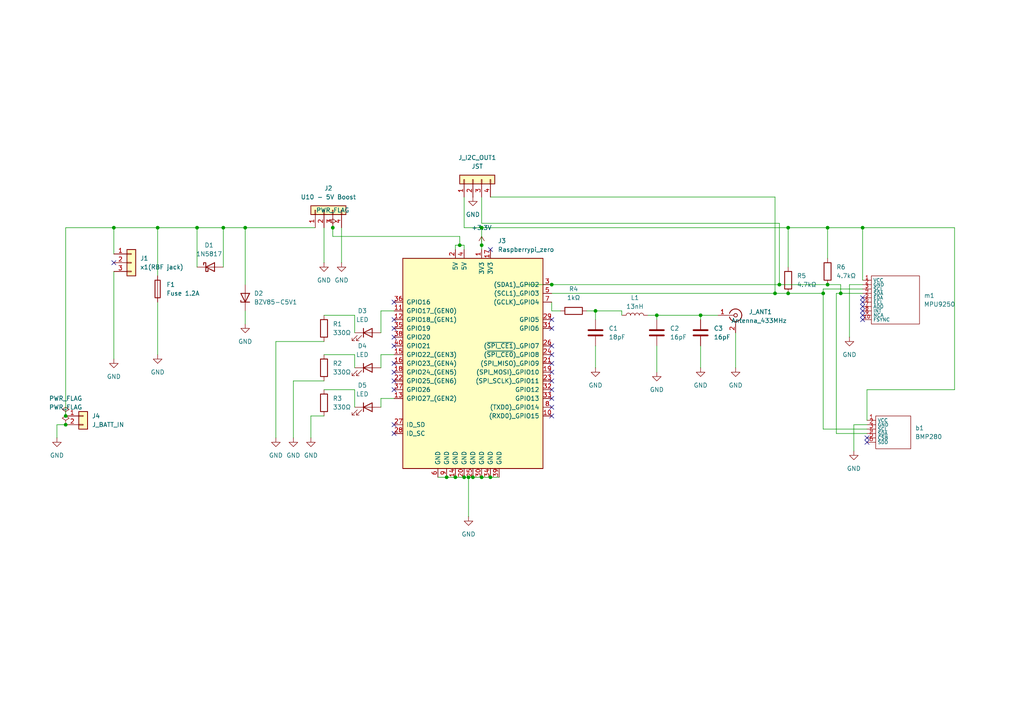
<source format=kicad_sch>
(kicad_sch (version 20250114) (generator "eeschema") (generator_version "9.0")
  (paper "A4")
  (lib_symbols
    (symbol "Connector:Conn_Coaxial" (pin_names (offset 1.016) (hide yes))
      (property "Reference" "J" (at 0.254 3.048 0))
      (property "Value" "Conn_Coaxial" (at 2.921 0 90))
      (symbol "Conn_Coaxial_0_1"
        (polyline (pts (xy -2.54 0) (xy -0.508 0)))
        (arc (start 1.778 0) (mid 0.222 -1.8079) (end -1.778 -0.508) (stroke (width 0.254)))
        (arc (start -1.778 0.508) (mid 0.2221 1.8084) (end 1.778 0) (stroke (width 0.254)))
        (circle (center 0 0) (radius 0.508) (stroke (width 0.2032)))
        (polyline (pts (xy 0 -2.54) (xy 0 -1.778)))
      )
      (symbol "Conn_Coaxial_1_1"
        (pin passive line (at -5.08 0 0) (length 2.54) (name "In") (number "1"))
        (pin passive line (at 0 -5.08 90) (length 2.54) (name "Ext") (number "2"))
      )
    )
    (symbol "Connector_Generic:Conn_01x02" (pin_names (offset 1.016) (hide yes))
      (property "Reference" "J" (at 0 2.54 0))
      (property "Value" "Conn_01x02" (at 0 -5.08 0))
      (symbol "Conn_01x02_1_1"
        (rectangle (start -1.27 1.27) (end 1.27 -3.81) (stroke (width 0.254)) (fill (type background)))
        (rectangle (start -1.27 0.127) (end 0 -0.127) (stroke (width 0.1524)))
        (rectangle (start -1.27 -2.413) (end 0 -2.667) (stroke (width 0.1524)))
        (pin passive line (at -5.08 0 0) (length 3.81) (name "Pin_1") (number "1"))
        (pin passive line (at -5.08 -2.54 0) (length 3.81) (name "Pin_2") (number "2"))
      )
    )
    (symbol "Connector_Generic:Conn_01x03" (pin_names (offset 1.016) (hide yes))
      (property "Reference" "J" (at 0 5.08 0))
      (property "Value" "Conn_01x03" (at 0 -5.08 0))
      (symbol "Conn_01x03_1_1"
        (rectangle (start -1.27 3.81) (end 1.27 -3.81) (stroke (width 0.254)) (fill (type background)))
        (rectangle (start -1.27 2.667) (end 0 2.413) (stroke (width 0.1524)))
        (rectangle (start -1.27 0.127) (end 0 -0.127) (stroke (width 0.1524)))
        (rectangle (start -1.27 -2.413) (end 0 -2.667) (stroke (width 0.1524)))
        (pin passive line (at -5.08 2.54 0) (length 3.81) (name "Pin_1") (number "1"))
        (pin passive line (at -5.08 0 0) (length 3.81) (name "Pin_2") (number "2"))
        (pin passive line (at -5.08 -2.54 0) (length 3.81) (name "Pin_3") (number "3"))
      )
    )
    (symbol "Connector_Generic:Conn_01x04" (pin_names (offset 1.016) (hide yes))
      (property "Reference" "J" (at 0 5.08 0))
      (property "Value" "Conn_01x04" (at 0 -7.62 0))
      (symbol "Conn_01x04_1_1"
        (rectangle (start -1.27 3.81) (end 1.27 -6.35) (stroke (width 0.254)) (fill (type background)))
        (rectangle (start -1.27 2.667) (end 0 2.413) (stroke (width 0.1524)))
        (rectangle (start -1.27 0.127) (end 0 -0.127) (stroke (width 0.1524)))
        (rectangle (start -1.27 -2.413) (end 0 -2.667) (stroke (width 0.1524)))
        (rectangle (start -1.27 -4.953) (end 0 -5.207) (stroke (width 0.1524)))
        (pin passive line (at -5.08 2.54 0) (length 3.81) (name "Pin_1") (number "1"))
        (pin passive line (at -5.08 0 0) (length 3.81) (name "Pin_2") (number "2"))
        (pin passive line (at -5.08 -2.54 0) (length 3.81) (name "Pin_3") (number "3"))
        (pin passive line (at -5.08 -5.08 0) (length 3.81) (name "Pin_4") (number "4"))
      )
    )
    (symbol "Device:C" (pin_numbers (hide yes)) (pin_names (offset 0.254))
      (property "Reference" "C" (at 0.635 2.54 0))
      (property "Value" "C" (at 0.635 -2.54 0))
      (symbol "C_0_1"
        (polyline (pts (xy -2.032 0.762) (xy 2.032 0.762)) (stroke (width 0.508)))
        (polyline (pts (xy -2.032 -0.762) (xy 2.032 -0.762)) (stroke (width 0.508)))
      )
      (symbol "C_1_1"
        (pin passive line (at 0 3.81 270) (length 2.794) (name "~") (number "1"))
        (pin passive line (at 0 -3.81 90) (length 2.794) (name "~") (number "2"))
      )
    )
    (symbol "Device:D_Zener" (pin_numbers (hide yes)) (pin_names (offset 1.016) (hide yes))
      (property "Reference" "D" (at 0 2.54 0))
      (property "Value" "D_Zener" (at 0 -2.54 0))
      (symbol "D_Zener_0_1"
        (polyline (pts (xy -1.27 -1.27) (xy -1.27 1.27) (xy -0.762 1.27)) (stroke (width 0.254)))
        (polyline (pts (xy 1.27 0) (xy -1.27 0)))
        (polyline (pts (xy 1.27 -1.27) (xy 1.27 1.27) (xy -1.27 0) (xy 1.27 -1.27)) (stroke (width 0.254)))
      )
      (symbol "D_Zener_1_1"
        (pin passive line (at -3.81 0 0) (length 2.54) (name "K") (number "1"))
        (pin passive line (at 3.81 0 180) (length 2.54) (name "A") (number "2"))
      )
    )
    (symbol "Device:Fuse" (pin_numbers (hide yes)) (pin_names (offset 0))
      (property "Reference" "F" (at 2.032 0 90))
      (property "Value" "Fuse" (at -1.905 0 90))
      (symbol "Fuse_0_1"
        (rectangle (start -0.762 -2.54) (end 0.762 2.54) (stroke (width 0.254)))
        (polyline (pts (xy 0 2.54) (xy 0 -2.54)))
      )
      (symbol "Fuse_1_1"
        (pin passive line (at 0 3.81 270) (length 1.27) (name "~") (number "1"))
        (pin passive line (at 0 -3.81 90) (length 1.27) (name "~") (number "2"))
      )
    )
    (symbol "Device:L" (pin_numbers (hide yes)) (pin_names (offset 1.016) (hide yes))
      (property "Reference" "L" (at -1.27 0 90))
      (property "Value" "L" (at 1.905 0 90))
      (symbol "L_0_1"
        (arc (start 0 2.54) (mid 0.6323 1.905) (end 0 1.27))
        (arc (start 0 1.27) (mid 0.6323 0.635) (end 0 0))
        (arc (start 0 0) (mid 0.6323 -0.635) (end 0 -1.27))
        (arc (start 0 -1.27) (mid 0.6323 -1.905) (end 0 -2.54))
      )
      (symbol "L_1_1"
        (pin passive line (at 0 3.81 270) (length 1.27) (name "1") (number "1"))
        (pin passive line (at 0 -3.81 90) (length 1.27) (name "2") (number "2"))
      )
    )
    (symbol "Device:LED" (pin_numbers (hide yes)) (pin_names (offset 1.016) (hide yes))
      (property "Reference" "D" (at 0 2.54 0))
      (property "Value" "LED" (at 0 -2.54 0))
      (symbol "LED_0_1"
        (polyline (pts (xy -3.048 -0.762) (xy -4.572 -2.286) (xy -3.81 -2.286) (xy -4.572 -2.286) (xy -4.572 -1.524)))
        (polyline (pts (xy -1.778 -0.762) (xy -3.302 -2.286) (xy -2.54 -2.286) (xy -3.302 -2.286) (xy -3.302 -1.524)))
        (polyline (pts (xy -1.27 0) (xy 1.27 0)))
        (polyline (pts (xy -1.27 -1.27) (xy -1.27 1.27)) (stroke (width 0.254)))
        (polyline (pts (xy 1.27 -1.27) (xy 1.27 1.27) (xy -1.27 0) (xy 1.27 -1.27)) (stroke (width 0.254)))
      )
      (symbol "LED_1_1"
        (pin passive line (at -3.81 0 0) (length 2.54) (name "K") (number "1"))
        (pin passive line (at 3.81 0 180) (length 2.54) (name "A") (number "2"))
      )
    )
    (symbol "Device:R" (pin_numbers (hide yes)) (pin_names (offset 0))
      (property "Reference" "R" (at 2.032 0 90))
      (property "Value" "R" (at 0 0 90))
      (symbol "R_0_1"
        (rectangle (start -1.016 -2.54) (end 1.016 2.54) (stroke (width 0.254)))
      )
      (symbol "R_1_1"
        (pin passive line (at 0 3.81 270) (length 1.27) (name "~") (number "1"))
        (pin passive line (at 0 -3.81 90) (length 1.27) (name "~") (number "2"))
      )
    )
    (symbol "Diode:1N5817" (pin_numbers (hide yes)) (pin_names (offset 1.016) (hide yes))
      (property "Reference" "D" (at 0 2.54 0))
      (property "Value" "1N5817" (at 0 -2.54 0))
      (symbol "1N5817_0_1"
        (polyline (pts (xy -1.905 0.635) (xy -1.905 1.27) (xy -1.27 1.27) (xy -1.27 -1.27) (xy -0.635 -1.27) (xy -0.635 -0.635)) (stroke (width 0.254)))
        (polyline (pts (xy 1.27 1.27) (xy 1.27 -1.27) (xy -1.27 0) (xy 1.27 1.27)) (stroke (width 0.254)))
        (polyline (pts (xy 1.27 0) (xy -1.27 0)))
      )
      (symbol "1N5817_1_1"
        (pin passive line (at -3.81 0 0) (length 2.54) (name "K") (number "1"))
        (pin passive line (at 3.81 0 180) (length 2.54) (name "A") (number "2"))
      )
    )
    (symbol "RBPiZero:PiZeroW_Bottom_Mount" (pin_names (offset 1.016))
      (property "Reference" "J3" (at 7.2233 35.56 0))
      (property "Value" "Raspberrypi_zero" (at 7.2233 33.02 0))
      (symbol "PiZeroW_Bottom_Mount_0_1"
        (rectangle (start -20.32 30.48) (end 20.32 -30.48) (stroke (width 0.254)) (fill (type background)))
      )
      (symbol "PiZeroW_Bottom_Mount_1_1"
        (pin bidirectional line (at -22.86 17.78 0) (length 2.54) (name "GPIO16") (number "36"))
        (pin bidirectional line (at -22.86 15.24 0) (length 2.54) (name "GPIO17_(GEN0)") (number "11"))
        (pin bidirectional line (at -22.86 12.7 0) (length 2.54) (name "GPIO18_(GEN1)") (number "12"))
        (pin bidirectional line (at -22.86 10.16 0) (length 2.54) (name "GPIO19") (number "35"))
        (pin bidirectional line (at -22.86 7.62 0) (length 2.54) (name "GPIO20") (number "38"))
        (pin bidirectional line (at -22.86 5.08 0) (length 2.54) (name "GPIO21") (number "40"))
        (pin bidirectional line (at -22.86 2.54 0) (length 2.54) (name "GPIO22_(GEN3)") (number "15"))
        (pin bidirectional line (at -22.86 0 0) (length 2.54) (name "GPIO23_(GEN4)") (number "16"))
        (pin bidirectional line (at -22.86 -2.54 0) (length 2.54) (name "GPIO24_(GEN5)") (number "18"))
        (pin bidirectional line (at -22.86 -5.08 0) (length 2.54) (name "GPIO25_(GEN6)") (number "22"))
        (pin bidirectional line (at -22.86 -7.62 0) (length 2.54) (name "GPIO26") (number "37"))
        (pin bidirectional line (at -22.86 -10.16 0) (length 2.54) (name "GPIO27_(GEN2)") (number "13"))
        (pin bidirectional line (at -22.86 -17.78 0) (length 2.54) (name "ID_SD") (number "27"))
        (pin bidirectional line (at -22.86 -20.32 0) (length 2.54) (name "ID_SC") (number "28"))
        (pin passive line (at -10.16 -33.02 90) (length 2.54) (name "GND") (number "6"))
        (pin passive line (at -7.62 -33.02 90) (length 2.54) (name "GND") (number "9"))
        (pin passive line (at -5.08 33.02 270) (length 2.54) (name "5V") (number "2"))
        (pin passive line (at -5.08 -33.02 90) (length 2.54) (name "GND") (number "14"))
        (pin passive line (at -2.54 33.02 270) (length 2.54) (name "5V") (number "4"))
        (pin passive line (at -2.54 -33.02 90) (length 2.54) (name "GND") (number "20"))
        (pin passive line (at 0 -33.02 90) (length 2.54) (name "GND") (number "25"))
        (pin power_out line (at 2.54 33.02 270) (length 2.54) (name "3V3") (number "1"))
        (pin passive line (at 2.54 -33.02 90) (length 2.54) (name "GND") (number "30"))
        (pin power_out line (at 5.08 33.02 270) (length 2.54) (name "3V3") (number "17"))
        (pin passive line (at 5.08 -33.02 90) (length 2.54) (name "GND") (number "34"))
        (pin passive line (at 7.62 -33.02 90) (length 2.54) (name "GND") (number "39"))
        (pin bidirectional line (at 22.86 22.86 180) (length 2.54) (name "(SDA1)_GPIO2") (number "3"))
        (pin bidirectional line (at 22.86 20.32 180) (length 2.54) (name "(SCL1)_GPIO3") (number "5"))
        (pin bidirectional line (at 22.86 17.78 180) (length 2.54) (name "(GCLK)_GPIO4") (number "7"))
        (pin bidirectional line (at 22.86 12.7 180) (length 2.54) (name "GPIO5") (number "29"))
        (pin bidirectional line (at 22.86 10.16 180) (length 2.54) (name "GPIO6") (number "31"))
        (pin bidirectional line (at 22.86 5.08 180) (length 2.54) (name "(~{SPI_CE1})_GPIO7") (number "26"))
        (pin bidirectional line (at 22.86 2.54 180) (length 2.54) (name "(~{SPI_CE0})_GPIO8") (number "24"))
        (pin bidirectional line (at 22.86 0 180) (length 2.54) (name "(SPI_MISO)_GPIO9") (number "21"))
        (pin bidirectional line (at 22.86 -2.54 180) (length 2.54) (name "(SPI_MOSI)_GPIO10") (number "19"))
        (pin bidirectional line (at 22.86 -5.08 180) (length 2.54) (name "(SPI_SCLK)_GPIO11") (number "23"))
        (pin bidirectional line (at 22.86 -7.62 180) (length 2.54) (name "GPIO12") (number "32"))
        (pin bidirectional line (at 22.86 -10.16 180) (length 2.54) (name "GPIO13") (number "33"))
        (pin bidirectional line (at 22.86 -12.7 180) (length 2.54) (name "(TXD0)_GPIO14") (number "8"))
        (pin bidirectional line (at 22.86 -15.24 180) (length 2.54) (name "(RXD0)_GPIO15") (number "10"))
      )
    )
    (symbol "onboardcomputerparts:BMP280"
      (property "Reference" "b" (at -5.08 3.81 0))
      (symbol "BMP280_0_1"
        (rectangle (start -10.16 10.16) (end 0 0.635))
      )
      (symbol "BMP280_1_1"
        (pin input line (at -12.7 8.89 0) (length 2.54) (name "VCC") (number "1"))
        (pin input line (at -12.7 7.62 0) (length 2.54) (name "GND") (number "2"))
        (pin input line (at -12.7 6.35 0) (length 2.54) (name "SCL") (number "3"))
        (pin input line (at -12.7 5.08 0) (length 2.54) (name "SDA") (number "4"))
        (pin input line (at -12.7 3.81 0) (length 2.54) (name "CSB") (number "5"))
        (pin input line (at -12.7 2.54 0) (length 2.54) (name "SDD") (number "6"))
      )
    )
    (symbol "onboardcomputerparts:MPU9250_module"
      (property "Reference" "m" (at 0 -1.016 0))
      (symbol "MPU9250_module_0_1"
        (rectangle (start -6.35 5.08) (end 7.62 -8.89))
      )
      (symbol "MPU9250_module_1_1"
        (pin input line (at -8.89 3.81 0) (length 2.54) (name "VCC") (number "1"))
        (pin input line (at -8.89 2.54 0) (length 2.54) (name "GND") (number "2"))
        (pin input line (at -8.89 1.27 0) (length 2.54) (name "SCL") (number "3"))
        (pin input line (at -8.89 0 0) (length 2.54) (name "SDA") (number "4"))
        (pin input line (at -8.89 -1.27 0) (length 2.54) (name "EDA") (number "5"))
        (pin input line (at -8.89 -2.54 0) (length 2.54) (name "ECL") (number "6"))
        (pin input line (at -8.89 -3.81 0) (length 2.54) (name "ADO") (number "7"))
        (pin input line (at -8.89 -5.08 0) (length 2.54) (name "INT") (number "8"))
        (pin input line (at -8.89 -6.35 0) (length 2.54) (name "NCA") (number "9"))
        (pin input line (at -8.89 -7.62 0) (length 2.54) (name "FSYNC") (number "10"))
      )
    )
    (symbol "power:+3.3V" (power) (pin_numbers (hide yes)) (pin_names (offset 0) (hide yes))
      (property "Value" "+3.3V" (at 0 3.556 0))
      (symbol "+3.3V_0_1"
        (polyline (pts (xy -0.762 1.27) (xy 0 2.54)))
        (polyline (pts (xy 0 2.54) (xy 0.762 1.27)))
        (polyline (pts (xy 0 0) (xy 0 2.54)))
      )
      (symbol "+3.3V_1_1"
        (pin power_in line (at 0 0 90) (length 0) (name "~") (number "1"))
      )
    )
    (symbol "power:GND" (power) (pin_numbers (hide yes)) (pin_names (offset 0) (hide yes))
      (property "Value" "GND" (at 0 -3.81 0))
      (symbol "GND_0_1"
        (polyline (pts (xy 0 0) (xy 0 -1.27) (xy 1.27 -1.27) (xy 0 -2.54) (xy -1.27 -1.27) (xy 0 -1.27)))
      )
      (symbol "GND_1_1"
        (pin power_in line (at 0 0 270) (length 0) (name "~") (number "1"))
      )
    )
    (symbol "power:PWR_FLAG" (power) (pin_numbers (hide yes)) (pin_names (offset 0) (hide yes))
      (property "Value" "PWR_FLAG" (at 0 3.81 0))
      (symbol "PWR_FLAG_0_0"
        (pin power_out line (at 0 0 90) (length 0) (name "~") (number "1"))
      )
      (symbol "PWR_FLAG_0_1"
        (polyline (pts (xy 0 0) (xy 0 1.27) (xy -1.016 1.905) (xy 0 2.54) (xy 1.016 1.905) (xy 0 1.27)))
      )
    )
  )
  (junction (at 129.54 138.43))
  (junction (at 135.89 138.43))
  (junction (at 137.16 138.43))
  (junction (at 139.7 66.04))
  (junction (at 228.6 66.04))
  (junction (at 96.52 66.04))
  (junction (at 45.72 66.04))
  (junction (at 57.15 66.04))
  (junction (at 190.5 91.44))
  (junction (at 160.02 82.55))
  (junction (at 228.6 85.09))
  (junction (at 139.7 71.12))
  (junction (at 134.62 138.43))
  (junction (at 132.08 138.43))
  (junction (at 250.19 66.04))
  (junction (at 224.79 85.09))
  (junction (at 33.02 66.04))
  (junction (at 240.03 66.04))
  (junction (at 19.05 123.19))
  (junction (at 203.2 91.44))
  (junction (at 172.72 90.17))
  (junction (at 142.24 138.43))
  (junction (at 133.35 71.12))
  (junction (at 240.03 82.55))
  (junction (at 19.05 120.65))
  (junction (at 64.77 66.04))
  (junction (at 238.76 85.09))
  (junction (at 71.12 66.04))
  (junction (at 226.06 82.55))
  (junction (at 243.84 85.09))
  (junction (at 139.7 138.43))
  (no_connect (at 251.46 128.27))
  (no_connect (at 114.3 125.73))
  (no_connect (at 114.3 107.95))
  (no_connect (at 160.02 92.71))
  (no_connect (at 250.19 91.44))
  (no_connect (at 114.3 92.71))
  (no_connect (at 33.02 76.2))
  (no_connect (at 160.02 107.95))
  (no_connect (at 251.46 127))
  (no_connect (at 160.02 102.87))
  (no_connect (at 250.19 88.9))
  (no_connect (at 250.19 90.17))
  (no_connect (at 250.19 87.63))
  (no_connect (at 160.02 95.25))
  (no_connect (at 160.02 115.57))
  (no_connect (at 114.3 87.63))
  (no_connect (at 160.02 105.41))
  (no_connect (at 114.3 110.49))
  (no_connect (at 250.19 86.36))
  (no_connect (at 114.3 113.03))
  (no_connect (at 160.02 118.11))
  (no_connect (at 114.3 123.19))
  (no_connect (at 114.3 100.33))
  (no_connect (at 114.3 105.41))
  (no_connect (at 160.02 113.03))
  (no_connect (at 114.3 95.25))
  (no_connect (at 160.02 110.49))
  (no_connect (at 142.24 72.39))
  (no_connect (at 160.02 100.33))
  (no_connect (at 250.19 92.71))
  (no_connect (at 160.02 120.65))
  (no_connect (at 114.3 97.79))
  (wire (pts (xy 139.7 66.04) (xy 228.6 66.04)))
  (wire (pts (xy 99.06 66.04) (xy 99.06 76.2)))
  (wire (pts (xy 251.46 113.03) (xy 276.86 113.03)))
  (wire (pts (xy 102.87 102.87) (xy 93.98 102.87)))
  (wire (pts (xy 190.5 91.44) (xy 190.5 92.71)))
  (wire (pts (xy 96.52 66.04) (xy 96.52 68.58)))
  (wire (pts (xy 80.01 99.06) (xy 93.98 99.06)))
  (wire (pts (xy 93.98 66.04) (xy 93.98 76.2)))
  (wire (pts (xy 247.65 123.19) (xy 247.65 130.81)))
  (wire (pts (xy 64.77 66.04) (xy 71.12 66.04)))
  (wire (pts (xy 110.49 90.17) (xy 114.3 90.17)))
  (wire (pts (xy 242.57 85.09) (xy 243.84 85.09)))
  (wire (pts (xy 71.12 90.17) (xy 71.12 93.98)))
  (wire (pts (xy 85.09 110.49) (xy 93.98 110.49)))
  (wire (pts (xy 135.89 138.43) (xy 135.89 149.86)))
  (wire (pts (xy 33.02 66.04) (xy 33.02 73.66)))
  (wire (pts (xy 224.79 85.09) (xy 228.6 85.09)))
  (wire (pts (xy 133.35 68.58) (xy 133.35 71.12)))
  (wire (pts (xy 134.62 138.43) (xy 135.89 138.43)))
  (wire (pts (xy 137.16 138.43) (xy 139.7 138.43)))
  (wire (pts (xy 134.62 72.39) (xy 134.62 71.12)))
  (wire (pts (xy 250.19 82.55) (xy 246.38 82.55)))
  (wire (pts (xy 238.76 124.46) (xy 251.46 124.46)))
  (wire (pts (xy 224.79 57.15) (xy 224.79 85.09)))
  (wire (pts (xy 250.19 66.04) (xy 276.86 66.04)))
  (wire (pts (xy 172.72 90.17) (xy 180.34 90.17)))
  (wire (pts (xy 172.72 100.33) (xy 172.72 106.68)))
  (wire (pts (xy 251.46 113.03) (xy 251.46 121.92)))
  (wire (pts (xy 33.02 66.04) (xy 45.72 66.04)))
  (wire (pts (xy 142.24 57.15) (xy 224.79 57.15)))
  (wire (pts (xy 228.6 85.09) (xy 238.76 85.09)))
  (wire (pts (xy 134.62 66.04) (xy 139.7 66.04)))
  (wire (pts (xy 110.49 102.87) (xy 114.3 102.87)))
  (wire (pts (xy 85.09 110.49) (xy 85.09 127)))
  (wire (pts (xy 93.98 120.65) (xy 90.17 120.65)))
  (wire (pts (xy 19.05 123.19) (xy 16.51 123.19)))
  (wire (pts (xy 80.01 99.06) (xy 80.01 127)))
  (wire (pts (xy 102.87 91.44) (xy 93.98 91.44)))
  (wire (pts (xy 102.87 118.11) (xy 102.87 113.03)))
  (wire (pts (xy 57.15 66.04) (xy 57.15 77.47)))
  (wire (pts (xy 276.86 113.03) (xy 276.86 66.04)))
  (wire (pts (xy 240.03 82.55) (xy 243.84 82.55)))
  (wire (pts (xy 45.72 66.04) (xy 45.72 80.01)))
  (wire (pts (xy 127 138.43) (xy 129.54 138.43)))
  (wire (pts (xy 33.02 78.74) (xy 33.02 104.14)))
  (wire (pts (xy 129.54 138.43) (xy 132.08 138.43)))
  (wire (pts (xy 135.89 138.43) (xy 137.16 138.43)))
  (wire (pts (xy 160.02 87.63) (xy 160.02 90.17)))
  (wire (pts (xy 170.18 90.17) (xy 172.72 90.17)))
  (wire (pts (xy 139.7 57.15) (xy 139.7 64.77)))
  (wire (pts (xy 16.51 123.19) (xy 16.51 127)))
  (wire (pts (xy 45.72 87.63) (xy 45.72 102.87)))
  (wire (pts (xy 180.34 90.17) (xy 180.34 91.44)))
  (wire (pts (xy 19.05 120.65) (xy 19.05 66.04)))
  (wire (pts (xy 57.15 66.04) (xy 64.77 66.04)))
  (wire (pts (xy 134.62 71.12) (xy 133.35 71.12)))
  (wire (pts (xy 132.08 72.39) (xy 132.08 71.12)))
  (wire (pts (xy 45.72 66.04) (xy 57.15 66.04)))
  (wire (pts (xy 132.08 138.43) (xy 134.62 138.43)))
  (wire (pts (xy 203.2 91.44) (xy 208.28 91.44)))
  (wire (pts (xy 228.6 66.04) (xy 228.6 77.47)))
  (wire (pts (xy 213.36 96.52) (xy 213.36 106.68)))
  (wire (pts (xy 139.7 72.39) (xy 139.7 71.12)))
  (wire (pts (xy 19.05 66.04) (xy 33.02 66.04)))
  (wire (pts (xy 160.02 85.09) (xy 224.79 85.09)))
  (wire (pts (xy 71.12 66.04) (xy 91.44 66.04)))
  (wire (pts (xy 246.38 82.55) (xy 246.38 97.79)))
  (wire (pts (xy 203.2 92.71) (xy 203.2 91.44)))
  (wire (pts (xy 238.76 83.82) (xy 238.76 85.09)))
  (wire (pts (xy 226.06 64.77) (xy 226.06 82.55)))
  (wire (pts (xy 251.46 123.19) (xy 247.65 123.19)))
  (wire (pts (xy 240.03 66.04) (xy 250.19 66.04)))
  (wire (pts (xy 110.49 96.52) (xy 110.49 90.17)))
  (wire (pts (xy 238.76 83.82) (xy 250.19 83.82)))
  (wire (pts (xy 190.5 100.33) (xy 190.5 107.95)))
  (wire (pts (xy 71.12 66.04) (xy 71.12 82.55)))
  (wire (pts (xy 102.87 96.52) (xy 102.87 91.44)))
  (wire (pts (xy 139.7 138.43) (xy 142.24 138.43)))
  (wire (pts (xy 160.02 90.17) (xy 162.56 90.17)))
  (wire (pts (xy 226.06 82.55) (xy 240.03 82.55)))
  (wire (pts (xy 102.87 113.03) (xy 93.98 113.03)))
  (wire (pts (xy 243.84 85.09) (xy 250.19 85.09)))
  (wire (pts (xy 228.6 66.04) (xy 240.03 66.04)))
  (wire (pts (xy 64.77 66.04) (xy 64.77 77.47)))
  (wire (pts (xy 190.5 91.44) (xy 203.2 91.44)))
  (wire (pts (xy 242.57 125.73) (xy 251.46 125.73)))
  (wire (pts (xy 90.17 120.65) (xy 90.17 127)))
  (wire (pts (xy 250.19 66.04) (xy 250.19 81.28)))
  (wire (pts (xy 139.7 64.77) (xy 226.06 64.77)))
  (wire (pts (xy 110.49 106.68) (xy 110.49 102.87)))
  (wire (pts (xy 110.49 118.11) (xy 110.49 115.57)))
  (wire (pts (xy 139.7 66.04) (xy 139.7 71.12)))
  (wire (pts (xy 152.4 82.55) (xy 160.02 82.55)))
  (wire (pts (xy 203.2 100.33) (xy 203.2 106.68)))
  (wire (pts (xy 172.72 92.71) (xy 172.72 90.17)))
  (wire (pts (xy 238.76 124.46) (xy 238.76 85.09)))
  (wire (pts (xy 242.57 85.09) (xy 242.57 125.73)))
  (wire (pts (xy 243.84 82.55) (xy 243.84 85.09)))
  (wire (pts (xy 134.62 57.15) (xy 134.62 66.04)))
  (wire (pts (xy 240.03 66.04) (xy 240.03 74.93)))
  (wire (pts (xy 142.24 138.43) (xy 144.78 138.43)))
  (wire (pts (xy 110.49 115.57) (xy 114.3 115.57)))
  (wire (pts (xy 102.87 106.68) (xy 102.87 102.87)))
  (wire (pts (xy 96.52 68.58) (xy 133.35 68.58)))
  (wire (pts (xy 133.35 71.12) (xy 132.08 71.12)))
  (wire (pts (xy 187.96 91.44) (xy 190.5 91.44)))
  (wire (pts (xy 160.02 82.55) (xy 226.06 82.55)))
  (symbol (lib_id "Device:C") (at 203.2 96.52 0) (unit 1)
    (property "Reference" "C3" (at 207.01 95.2499 0) (effects (justify left)))
    (property "Value" "16pF" (at 207.01 97.7899 0) (effects (justify left)))
    (property "Footprint" "Capacitor_THT:C_Disc_D3.0mm_W1.6mm_P2.50mm" (effects (hide yes)))
    (property "Description" "Unpolarized capacitor" (effects (hide yes)))
  )
  (symbol (lib_id "Device:C") (at 172.72 96.52 0) (unit 1)
    (property "Reference" "C1" (at 176.53 95.2499 0) (effects (justify left)))
    (property "Value" "18pF" (at 176.53 97.7899 0) (effects (justify left)))
    (property "Footprint" "Capacitor_THT:C_Disc_D3.0mm_W2.0mm_P2.50mm" (effects (hide yes)))
    (property "Description" "Unpolarized capacitor" (effects (hide yes)))
  )
  (symbol (lib_id "Device:LED") (at 106.68 118.11 0) (unit 1)
    (property "Reference" "D5" (at 105.0925 111.76 0))
    (property "Value" "LED" (at 105.0925 114.3 0))
    (property "Footprint" "LED_THT:LED_Oval_W5.2mm_H3.8mm" (effects (hide yes)))
    (property "Description" "Light emitting diode" (effects (hide yes)))
    (property "Sim.Pins" "1=K 2=A" (effects (hide yes)))
  )
  (symbol (lib_id "power:GND") (at 99.06 76.2 0) (unit 1)
    (property "Reference" "#PWR0113" (effects (hide yes)))
    (property "Value" "GND" (at 99.06 81.28 0))
    (property "Description" "Power symbol creates a global label with name \"GND\" , ground" (effects (hide yes)))
  )
  (symbol (lib_id "RBPiZero:PiZeroW_Bottom_Mount") (at 137.16 105.41 0) (unit 1)
    (property "Reference" "J3" (at 144.3833 69.85 0) (effects (justify left)))
    (property "Value" "Raspberrypi_zero" (at 144.3833 72.39 0) (effects (justify left)))
    (property "Footprint" "RASPBERRY_PI_ZERO_2_W:MODULE_RASPBERRY_PI_ZERO_2_W" (effects (hide yes)))
  )
  (symbol (lib_id "power:GND") (at 246.38 97.79 0) (unit 1)
    (property "Reference" "#PWR0112" (effects (hide yes)))
    (property "Value" "GND" (at 246.38 102.87 0))
    (property "Description" "Power symbol creates a global label with name \"GND\" , ground" (effects (hide yes)))
  )
  (symbol (lib_id "power:GND") (at 135.89 149.86 0) (unit 1)
    (property "Reference" "#PWR0118" (effects (hide yes)))
    (property "Value" "GND" (at 135.89 154.94 0))
    (property "Description" "Power symbol creates a global label with name \"GND\" , ground" (effects (hide yes)))
  )
  (symbol (lib_id "Connector:Conn_Coaxial") (at 213.36 91.44 0) (unit 1)
    (property "Reference" "J_ANT1" (at 217.17 90.4631 0) (effects (justify left)))
    (property "Value" "Antenna_433MHz" (at 212.09 93.0031 0) (effects (justify left)))
    (property "Footprint" "Connector_Coaxial:SMB_Jack_Vertical" (effects (hide yes)))
    (property "Description" "coaxial connector (BNC, SMA, SMB, SMC, Cinch/RCA, LEMO, ...)" (effects (hide yes)))
  )
  (symbol (lib_id "Device:R") (at 240.03 78.74 0) (unit 1)
    (property "Reference" "R6" (at 242.57 77.4699 0) (effects (justify left)))
    (property "Value" "4.7kΩ" (at 242.57 80.0099 0) (effects (justify left)))
    (property "Footprint" "Resistor_THT:R_Axial_DIN0207_L6.3mm_D2.5mm_P15.24mm_Horizontal" (effects (hide yes)))
    (property "Description" "Resistor" (effects (hide yes)))
  )
  (symbol (lib_id "Device:LED") (at 106.68 106.68 0) (unit 1)
    (property "Reference" "D4" (at 105.0925 100.33 0))
    (property "Value" "LED" (at 105.0925 102.87 0))
    (property "Footprint" "LED_THT:LED_Oval_W5.2mm_H3.8mm" (effects (hide yes)))
    (property "Description" "Light emitting diode" (effects (hide yes)))
    (property "Sim.Pins" "1=K 2=A" (effects (hide yes)))
  )
  (symbol (lib_id "Device:Fuse") (at 45.72 83.82 0) (unit 1)
    (property "Reference" "F1" (at 48.26 82.5499 0) (effects (justify left)))
    (property "Value" "Fuse 1.2A" (at 48.26 85.0899 0) (effects (justify left)))
    (property "Footprint" "Library:fuse_holder" (effects (hide yes)))
    (property "Description" "Fuse" (effects (hide yes)))
  )
  (symbol (lib_id "Device:D_Zener") (at 71.12 86.36 90) (unit 1)
    (property "Reference" "D2" (at 73.66 85.0899 90) (effects (justify right)))
    (property "Value" "BZV85-C5V1" (at 73.66 87.6299 90) (effects (justify right)))
    (property "Footprint" "Diode_THT:D_DO-41_SOD81_P7.62mm_Horizontal" (effects (hide yes)))
    (property "Description" "Zener diode" (effects (hide yes)))
  )
  (symbol (lib_id "power:GND") (at 93.98 76.2 0) (unit 1)
    (property "Reference" "#PWR0114" (effects (hide yes)))
    (property "Value" "GND" (at 93.98 81.28 0))
    (property "Description" "Power symbol creates a global label with name \"GND\" , ground" (effects (hide yes)))
  )
  (symbol (lib_id "Device:R") (at 228.6 81.28 0) (unit 1)
    (property "Reference" "R5" (at 231.14 80.0099 0) (effects (justify left)))
    (property "Value" "4.7kΩ" (at 231.14 82.5499 0) (effects (justify left)))
    (property "Footprint" "Resistor_THT:R_Axial_DIN0207_L6.3mm_D2.5mm_P15.24mm_Horizontal" (effects (hide yes)))
    (property "Description" "Resistor" (effects (hide yes)))
  )
  (symbol (lib_id "power:PWR_FLAG") (at 19.05 123.19 0) (unit 1)
    (property "Reference" "#FLG04" (effects (hide yes)))
    (property "Value" "PWR_FLAG" (at 19.05 118.11 0))
    (property "Description" "Special symbol for telling ERC where power comes from" (effects (hide yes)))
  )
  (symbol (lib_id "onboardcomputerparts:MPU9250_module") (at 259.08 85.09 0) (unit 1)
    (property "Reference" "m1" (at 267.97 85.7249 0) (effects (justify left)))
    (property "Value" "MPU9250" (at 267.97 88.2649 0) (effects (justify left)))
    (property "Footprint" "Library:mpu9250_module" (effects (hide yes)))
  )
  (symbol (lib_id "power:PWR_FLAG") (at 19.05 120.65 0) (unit 1)
    (property "Reference" "#FLG01" (effects (hide yes)))
    (property "Value" "PWR_FLAG" (at 19.05 115.57 0))
    (property "Description" "Special symbol for telling ERC where power comes from" (effects (hide yes)))
  )
  (symbol (lib_id "onboardcomputerparts:BMP280") (at 264.16 130.81 0) (unit 1)
    (property "Reference" "b1" (at 265.43 124.1424 0) (effects (justify left)))
    (property "Value" "BMP280" (at 265.43 126.6824 0) (effects (justify left)))
    (property "Footprint" "Library:BMP280_module" (effects (hide yes)))
  )
  (symbol (lib_id "power:PWR_FLAG") (at 96.52 66.04 0) (unit 1)
    (property "Reference" "#FLG02" (effects (hide yes)))
    (property "Value" "PWR_FLAG" (at 96.52 60.96 0))
    (property "Description" "Special symbol for telling ERC where power comes from" (effects (hide yes)))
  )
  (symbol (lib_id "power:GND") (at 172.72 106.68 0) (unit 1)
    (property "Reference" "#PWR0117" (effects (hide yes)))
    (property "Value" "GND" (at 172.72 111.76 0))
    (property "Description" "Power symbol creates a global label with name \"GND\" , ground" (effects (hide yes)))
  )
  (symbol (lib_id "power:GND") (at 190.5 107.95 0) (unit 1)
    (property "Reference" "#PWR0102" (effects (hide yes)))
    (property "Value" "GND" (at 190.5 113.03 0))
    (property "Description" "Power symbol creates a global label with name \"GND\" , ground" (effects (hide yes)))
  )
  (symbol (lib_id "power:GND") (at 16.51 127 0) (unit 1)
    (property "Reference" "#PWR01" (effects (hide yes)))
    (property "Value" "GND" (at 16.51 132.08 0))
    (property "Description" "Power symbol creates a global label with name \"GND\" , ground" (effects (hide yes)))
  )
  (symbol (lib_id "Device:R") (at 93.98 116.84 0) (unit 1)
    (property "Reference" "R3" (at 96.52 115.5699 0) (effects (justify left)))
    (property "Value" "330Ω" (at 96.52 118.1099 0) (effects (justify left)))
    (property "Footprint" "Resistor_THT:R_Axial_DIN0207_L6.3mm_D2.5mm_P15.24mm_Horizontal" (effects (hide yes)))
    (property "Description" "Resistor" (effects (hide yes)))
  )
  (symbol (lib_id "power:+3.3V") (at 139.7 71.12 0) (unit 1)
    (property "Reference" "#PWR0101" (effects (hide yes)))
    (property "Value" "+3.3V" (at 139.7 66.04 0))
    (property "Description" "Power symbol creates a global label with name \"+3.3V\"" (effects (hide yes)))
  )
  (symbol (lib_id "Device:R") (at 93.98 95.25 0) (unit 1)
    (property "Reference" "R1" (at 96.52 93.9799 0) (effects (justify left)))
    (property "Value" "330Ω" (at 96.52 96.5199 0) (effects (justify left)))
    (property "Footprint" "Resistor_THT:R_Axial_DIN0207_L6.3mm_D2.5mm_P15.24mm_Horizontal" (effects (hide yes)))
    (property "Description" "Resistor" (effects (hide yes)))
  )
  (symbol (lib_id "Connector_Generic:Conn_01x02") (at 24.13 120.65 0) (unit 1)
    (property "Reference" "J4" (at 26.67 120.6499 0) (effects (justify left)))
    (property "Value" "J_BATT_IN" (at 26.67 123.1899 0) (effects (justify left)))
    (property "Footprint" "Connector_JST:JST_EH_B2B-EH-A_1x02_P2.50mm_Vertical" (effects (hide yes)))
    (property "Description" "Generic connector, single row, 01x02, script generated (kicad-library-utils/schlib/autogen/connector/)" (effects (hide yes)))
  )
  (symbol (lib_id "power:GND") (at 90.17 127 0) (unit 1)
    (property "Reference" "#PWR0116" (effects (hide yes)))
    (property "Value" "GND" (at 90.17 132.08 0))
    (property "Description" "Power symbol creates a global label with name \"GND\" , ground" (effects (hide yes)))
  )
  (symbol (lib_id "power:GND") (at 85.09 127 0) (unit 1)
    (property "Reference" "#PWR0115" (effects (hide yes)))
    (property "Value" "GND" (at 85.09 132.08 0))
    (property "Description" "Power symbol creates a global label with name \"GND\" , ground" (effects (hide yes)))
  )
  (symbol (lib_id "power:GND") (at 80.01 127 0) (unit 1)
    (property "Reference" "#PWR0110" (effects (hide yes)))
    (property "Value" "GND" (at 80.01 132.08 0))
    (property "Description" "Power symbol creates a global label with name \"GND\" , ground" (effects (hide yes)))
  )
  (symbol (lib_id "Device:R") (at 93.98 106.68 0) (unit 1)
    (property "Reference" "R2" (at 96.52 105.4099 0) (effects (justify left)))
    (property "Value" "330Ω" (at 96.52 107.9499 0) (effects (justify left)))
    (property "Footprint" "Resistor_THT:R_Axial_DIN0207_L6.3mm_D2.5mm_P15.24mm_Horizontal" (effects (hide yes)))
    (property "Description" "Resistor" (effects (hide yes)))
  )
  (symbol (lib_id "power:GND") (at 45.72 102.87 0) (unit 1)
    (property "Reference" "#PWR0106" (effects (hide yes)))
    (property "Value" "GND" (at 45.72 107.95 0))
    (property "Description" "Power symbol creates a global label with name \"GND\" , ground" (effects (hide yes)))
  )
  (symbol (lib_id "Connector_Generic:Conn_01x03") (at 38.1 76.2 0) (unit 1)
    (property "Reference" "J1" (at 40.64 74.9299 0) (effects (justify left)))
    (property "Value" "x1(RBF jack)" (at 40.64 77.4699 0) (effects (justify left)))
    (property "Footprint" "Library:RBF_jack_module" (effects (hide yes)))
    (property "Description" "Generic connector, single row, 01x03, script generated (kicad-library-utils/schlib/autogen/connector/)" (effects (hide yes)))
  )
  (symbol (lib_id "Connector_Generic:Conn_01x04") (at 93.98 60.96 90) (unit 1)
    (property "Reference" "J2" (at 95.25 54.61 90))
    (property "Value" "U10 - 5V Boost" (at 95.25 57.15 90))
    (property "Footprint" "Library:MT3608_5vboost_module" (effects (hide yes)))
    (property "Description" "Generic connector, single row, 01x04, script generated (kicad-library-utils/schlib/autogen/connector/)" (effects (hide yes)))
  )
  (symbol (lib_id "Diode:1N5817") (at 60.96 77.47 0) (unit 1)
    (property "Reference" "D1" (at 60.6425 71.12 0))
    (property "Value" "1N5817" (at 60.6425 73.66 0))
    (property "Footprint" "Diode_THT:D_DO-41_SOD81_P7.62mm_Horizontal" (effects (hide yes)))
    (property "Datasheet" "http://www.vishay.com/docs/88525/1n5817.pdf" (effects (hide yes)))
    (property "Description" "20V 1A Schottky Barrier Rectifier Diode, DO-41" (effects (hide yes)))
  )
  (symbol (lib_id "Device:C") (at 190.5 96.52 0) (unit 1)
    (property "Reference" "C2" (at 194.31 95.2499 0) (effects (justify left)))
    (property "Value" "16pF" (at 194.31 97.7899 0) (effects (justify left)))
    (property "Footprint" "Capacitor_THT:C_Disc_D3.0mm_W1.6mm_P2.50mm" (effects (hide yes)))
    (property "Description" "Unpolarized capacitor" (effects (hide yes)))
  )
  (symbol (lib_id "Device:LED") (at 106.68 96.52 0) (unit 1)
    (property "Reference" "D3" (at 105.0925 90.17 0))
    (property "Value" "LED" (at 105.0925 92.71 0))
    (property "Footprint" "LED_THT:LED_Oval_W5.2mm_H3.8mm" (effects (hide yes)))
    (property "Description" "Light emitting diode" (effects (hide yes)))
    (property "Sim.Pins" "1=K 2=A" (effects (hide yes)))
  )
  (symbol (lib_id "power:GND") (at 203.2 106.68 0) (unit 1)
    (property "Reference" "#PWR0103" (effects (hide yes)))
    (property "Value" "GND" (at 203.2 111.76 0))
    (property "Description" "Power symbol creates a global label with name \"GND\" , ground" (effects (hide yes)))
  )
  (symbol (lib_id "power:GND") (at 137.16 57.15 0) (unit 1)
    (property "Reference" "#PWR02" (effects (hide yes)))
    (property "Value" "GND" (at 137.16 62.23 0))
    (property "Description" "Power symbol creates a global label with name \"GND\" , ground" (effects (hide yes)))
  )
  (symbol (lib_id "power:GND") (at 71.12 93.98 0) (unit 1)
    (property "Reference" "#PWR0107" (effects (hide yes)))
    (property "Value" "GND" (at 71.12 99.06 0))
    (property "Description" "Power symbol creates a global label with name \"GND\" , ground" (effects (hide yes)))
  )
  (symbol (lib_id "power:GND") (at 213.36 106.68 0) (unit 1)
    (property "Reference" "#PWR0104" (effects (hide yes)))
    (property "Value" "GND" (at 213.36 111.76 0))
    (property "Description" "Power symbol creates a global label with name \"GND\" , ground" (effects (hide yes)))
  )
  (symbol (lib_id "power:GND") (at 33.02 104.14 0) (unit 1)
    (property "Reference" "#PWR0105" (effects (hide yes)))
    (property "Value" "GND" (at 33.02 109.22 0))
    (property "Description" "Power symbol creates a global label with name \"GND\" , ground" (effects (hide yes)))
  )
  (symbol (lib_id "Device:L") (at 184.15 91.44 90) (unit 1)
    (property "Reference" "L1" (at 184.15 86.36 90))
    (property "Value" "13nH" (at 184.15 88.9 90))
    (property "Footprint" "Inductor_SMD:L_0805_2012Metric_Pad1.05x1.20mm_HandSolder" (effects (hide yes)))
    (property "Description" "Inductor" (effects (hide yes)))
  )
  (symbol (lib_id "Connector_Generic:Conn_01x04") (at 137.16 52.07 90) (unit 1)
    (property "Reference" "J_I2C_OUT1" (at 138.43 45.72 90))
    (property "Value" "JST" (at 138.43 48.26 90))
    (property "Footprint" "Connector_JST:JST_EH_B4B-EH-A_1x04_P2.50mm_Vertical" (effects (hide yes)))
    (property "Description" "Generic connector, single row, 01x04, script generated (kicad-library-utils/schlib/autogen/connector/)" (effects (hide yes)))
  )
  (symbol (lib_id "power:GND") (at 247.65 130.81 0) (unit 1)
    (property "Reference" "#PWR0111" (effects (hide yes)))
    (property "Value" "GND" (at 247.65 135.89 0))
    (property "Description" "Power symbol creates a global label with name \"GND\" , ground" (effects (hide yes)))
  )
  (symbol (lib_id "Device:R") (at 166.37 90.17 90) (unit 1)
    (property "Reference" "R4" (at 166.37 83.82 90))
    (property "Value" "1kΩ" (at 166.37 86.36 90))
    (property "Footprint" "Resistor_THT:R_Axial_DIN0207_L6.3mm_D2.5mm_P15.24mm_Horizontal" (effects (hide yes)))
    (property "Description" "Resistor" (effects (hide yes)))
  )
)
</source>
